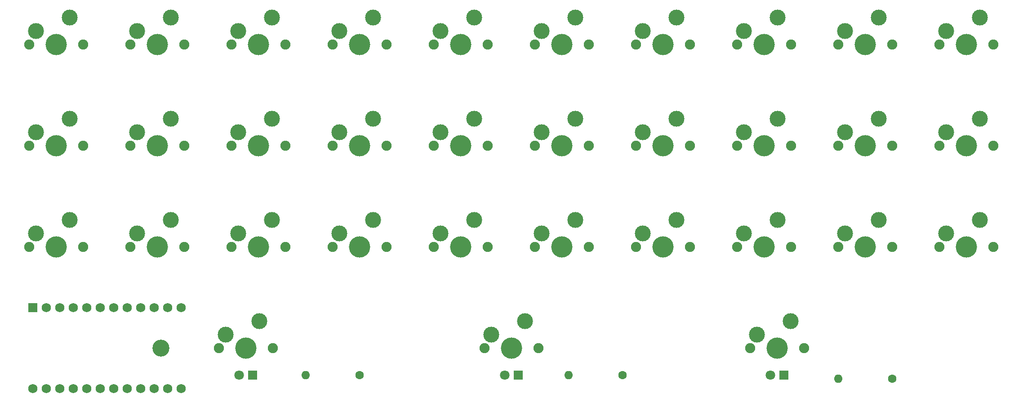
<source format=gbr>
%TF.GenerationSoftware,KiCad,Pcbnew,7.0.2-0*%
%TF.CreationDate,2023-05-11T14:31:08+08:00*%
%TF.ProjectId,Anya,416e7961-2e6b-4696-9361-645f70636258,rev?*%
%TF.SameCoordinates,Original*%
%TF.FileFunction,Soldermask,Top*%
%TF.FilePolarity,Negative*%
%FSLAX46Y46*%
G04 Gerber Fmt 4.6, Leading zero omitted, Abs format (unit mm)*
G04 Created by KiCad (PCBNEW 7.0.2-0) date 2023-05-11 14:31:08*
%MOMM*%
%LPD*%
G01*
G04 APERTURE LIST*
%ADD10C,1.900000*%
%ADD11C,3.000000*%
%ADD12C,4.000000*%
%ADD13R,1.800000X1.800000*%
%ADD14C,1.800000*%
%ADD15C,1.600000*%
%ADD16O,1.600000X1.600000*%
%ADD17C,3.200000*%
%ADD18R,1.752600X1.752600*%
%ADD19C,1.752600*%
G04 APERTURE END LIST*
D10*
%TO.C,SW32*%
X144145000Y-101600000D03*
D11*
X145415000Y-99060000D03*
D12*
X149225000Y-101600000D03*
D11*
X151765000Y-96520000D03*
D10*
X154305000Y-101600000D03*
%TD*%
%TO.C,SW29*%
X210820000Y-82550000D03*
D11*
X212090000Y-80010000D03*
D12*
X215900000Y-82550000D03*
D11*
X218440000Y-77470000D03*
D10*
X220980000Y-82550000D03*
%TD*%
D13*
%TO.C,D34*%
X100488750Y-106680000D03*
D14*
X97948750Y-106680000D03*
%TD*%
D10*
%TO.C,SW13*%
X96520000Y-63500000D03*
D11*
X97790000Y-60960000D03*
D12*
X101600000Y-63500000D03*
D11*
X104140000Y-58420000D03*
D10*
X106680000Y-63500000D03*
%TD*%
%TO.C,SW27*%
X172720000Y-82550000D03*
D11*
X173990000Y-80010000D03*
D12*
X177800000Y-82550000D03*
D11*
X180340000Y-77470000D03*
D10*
X182880000Y-82550000D03*
%TD*%
%TO.C,SW24*%
X115570000Y-82550000D03*
D11*
X116840000Y-80010000D03*
D12*
X120650000Y-82550000D03*
D11*
X123190000Y-77470000D03*
D10*
X125730000Y-82550000D03*
%TD*%
D15*
%TO.C,R2*%
X120650000Y-106680000D03*
D16*
X110490000Y-106680000D03*
%TD*%
D15*
%TO.C,R4*%
X170180000Y-106680000D03*
D16*
X160020000Y-106680000D03*
%TD*%
D10*
%TO.C,SW8*%
X191770000Y-44450000D03*
D11*
X193040000Y-41910000D03*
D12*
X196850000Y-44450000D03*
D11*
X199390000Y-39370000D03*
D10*
X201930000Y-44450000D03*
%TD*%
%TO.C,SW15*%
X134620000Y-63500000D03*
D11*
X135890000Y-60960000D03*
D12*
X139700000Y-63500000D03*
D11*
X142240000Y-58420000D03*
D10*
X144780000Y-63500000D03*
%TD*%
D15*
%TO.C,R6*%
X220980000Y-107315000D03*
D16*
X210820000Y-107315000D03*
%TD*%
D10*
%TO.C,SW1*%
X58420000Y-44450000D03*
D11*
X59690000Y-41910000D03*
D12*
X63500000Y-44450000D03*
D11*
X66040000Y-39370000D03*
D10*
X68580000Y-44450000D03*
%TD*%
%TO.C,SW6*%
X153670000Y-44450000D03*
D11*
X154940000Y-41910000D03*
D12*
X158750000Y-44450000D03*
D11*
X161290000Y-39370000D03*
D10*
X163830000Y-44450000D03*
%TD*%
%TO.C,SW2*%
X77470000Y-44450000D03*
D11*
X78740000Y-41910000D03*
D12*
X82550000Y-44450000D03*
D11*
X85090000Y-39370000D03*
D10*
X87630000Y-44450000D03*
%TD*%
%TO.C,SW7*%
X172720000Y-44450000D03*
D11*
X173990000Y-41910000D03*
D12*
X177800000Y-44450000D03*
D11*
X180340000Y-39370000D03*
D10*
X182880000Y-44450000D03*
%TD*%
%TO.C,SW26*%
X153670000Y-82550000D03*
D11*
X154940000Y-80010000D03*
D12*
X158750000Y-82550000D03*
D11*
X161290000Y-77470000D03*
D10*
X163830000Y-82550000D03*
%TD*%
%TO.C,SW3*%
X96520000Y-44450000D03*
D11*
X97790000Y-41910000D03*
D12*
X101600000Y-44450000D03*
D11*
X104140000Y-39370000D03*
D10*
X106680000Y-44450000D03*
%TD*%
%TO.C,SW21*%
X58420000Y-82550000D03*
D11*
X59690000Y-80010000D03*
D12*
X63500000Y-82550000D03*
D11*
X66040000Y-77470000D03*
D10*
X68580000Y-82550000D03*
%TD*%
D13*
%TO.C,D35*%
X150495000Y-106680000D03*
D14*
X147955000Y-106680000D03*
%TD*%
D13*
%TO.C,D36*%
X200501250Y-106680000D03*
D14*
X197961250Y-106680000D03*
%TD*%
D10*
%TO.C,SW12*%
X77470000Y-63500000D03*
D11*
X78740000Y-60960000D03*
D12*
X82550000Y-63500000D03*
D11*
X85090000Y-58420000D03*
D10*
X87630000Y-63500000D03*
%TD*%
D17*
%TO.C,REF\u002A\u002A*%
X83185000Y-101600000D03*
%TD*%
D10*
%TO.C,SW31*%
X94138750Y-101600000D03*
D11*
X95408750Y-99060000D03*
D12*
X99218750Y-101600000D03*
D11*
X101758750Y-96520000D03*
D10*
X104298750Y-101600000D03*
%TD*%
%TO.C,SW23*%
X96520000Y-82550000D03*
D11*
X97790000Y-80010000D03*
D12*
X101600000Y-82550000D03*
D11*
X104140000Y-77470000D03*
D10*
X106680000Y-82550000D03*
%TD*%
%TO.C,SW10*%
X229870000Y-44450000D03*
D11*
X231140000Y-41910000D03*
D12*
X234950000Y-44450000D03*
D11*
X237490000Y-39370000D03*
D10*
X240030000Y-44450000D03*
%TD*%
%TO.C,SW17*%
X172720000Y-63500000D03*
D11*
X173990000Y-60960000D03*
D12*
X177800000Y-63500000D03*
D11*
X180340000Y-58420000D03*
D10*
X182880000Y-63500000D03*
%TD*%
%TO.C,SW4*%
X115570000Y-44450000D03*
D11*
X116840000Y-41910000D03*
D12*
X120650000Y-44450000D03*
D11*
X123190000Y-39370000D03*
D10*
X125730000Y-44450000D03*
%TD*%
%TO.C,SW14*%
X115570000Y-63500000D03*
D11*
X116840000Y-60960000D03*
D12*
X120650000Y-63500000D03*
D11*
X123190000Y-58420000D03*
D10*
X125730000Y-63500000D03*
%TD*%
%TO.C,SW20*%
X229870000Y-63500000D03*
D11*
X231140000Y-60960000D03*
D12*
X234950000Y-63500000D03*
D11*
X237490000Y-58420000D03*
D10*
X240030000Y-63500000D03*
%TD*%
%TO.C,SW9*%
X210820000Y-44450000D03*
D11*
X212090000Y-41910000D03*
D12*
X215900000Y-44450000D03*
D11*
X218440000Y-39370000D03*
D10*
X220980000Y-44450000D03*
%TD*%
%TO.C,SW30*%
X229870000Y-82550000D03*
D11*
X231140000Y-80010000D03*
D12*
X234950000Y-82550000D03*
D11*
X237490000Y-77470000D03*
D10*
X240030000Y-82550000D03*
%TD*%
%TO.C,SW33*%
X194151250Y-101600000D03*
D11*
X195421250Y-99060000D03*
D12*
X199231250Y-101600000D03*
D11*
X201771250Y-96520000D03*
D10*
X204311250Y-101600000D03*
%TD*%
%TO.C,SW25*%
X134620000Y-82550000D03*
D11*
X135890000Y-80010000D03*
D12*
X139700000Y-82550000D03*
D11*
X142240000Y-77470000D03*
D10*
X144780000Y-82550000D03*
%TD*%
%TO.C,SW5*%
X134620000Y-44450000D03*
D11*
X135890000Y-41910000D03*
D12*
X139700000Y-44450000D03*
D11*
X142240000Y-39370000D03*
D10*
X144780000Y-44450000D03*
%TD*%
%TO.C,SW19*%
X210820000Y-63500000D03*
D11*
X212090000Y-60960000D03*
D12*
X215900000Y-63500000D03*
D11*
X218440000Y-58420000D03*
D10*
X220980000Y-63500000D03*
%TD*%
%TO.C,SW11*%
X58420000Y-63500000D03*
D11*
X59690000Y-60960000D03*
D12*
X63500000Y-63500000D03*
D11*
X66040000Y-58420000D03*
D10*
X68580000Y-63500000D03*
%TD*%
%TO.C,SW28*%
X191770000Y-82550000D03*
D11*
X193040000Y-80010000D03*
D12*
X196850000Y-82550000D03*
D11*
X199390000Y-77470000D03*
D10*
X201930000Y-82550000D03*
%TD*%
%TO.C,SW16*%
X153670000Y-63500000D03*
D11*
X154940000Y-60960000D03*
D12*
X158750000Y-63500000D03*
D11*
X161290000Y-58420000D03*
D10*
X163830000Y-63500000D03*
%TD*%
%TO.C,SW18*%
X191770000Y-63500000D03*
D11*
X193040000Y-60960000D03*
D12*
X196850000Y-63500000D03*
D11*
X199390000Y-58420000D03*
D10*
X201930000Y-63500000D03*
%TD*%
%TO.C,SW22*%
X77470000Y-82550000D03*
D11*
X78740000Y-80010000D03*
D12*
X82550000Y-82550000D03*
D11*
X85090000Y-77470000D03*
D10*
X87630000Y-82550000D03*
%TD*%
D18*
%TO.C,U1*%
X59055000Y-93980000D03*
D19*
X61595000Y-93980000D03*
X64135000Y-93980000D03*
X66675000Y-93980000D03*
X69215000Y-93980000D03*
X71755000Y-93980000D03*
X74295000Y-93980000D03*
X76835000Y-93980000D03*
X79375000Y-93980000D03*
X81915000Y-93980000D03*
X84455000Y-93980000D03*
X86995000Y-93980000D03*
X86995000Y-109220000D03*
X84455000Y-109220000D03*
X81915000Y-109220000D03*
X79375000Y-109220000D03*
X76835000Y-109220000D03*
X74295000Y-109220000D03*
X71755000Y-109220000D03*
X69215000Y-109220000D03*
X66675000Y-109220000D03*
X64135000Y-109220000D03*
X61595000Y-109220000D03*
X59055000Y-109220000D03*
%TD*%
M02*

</source>
